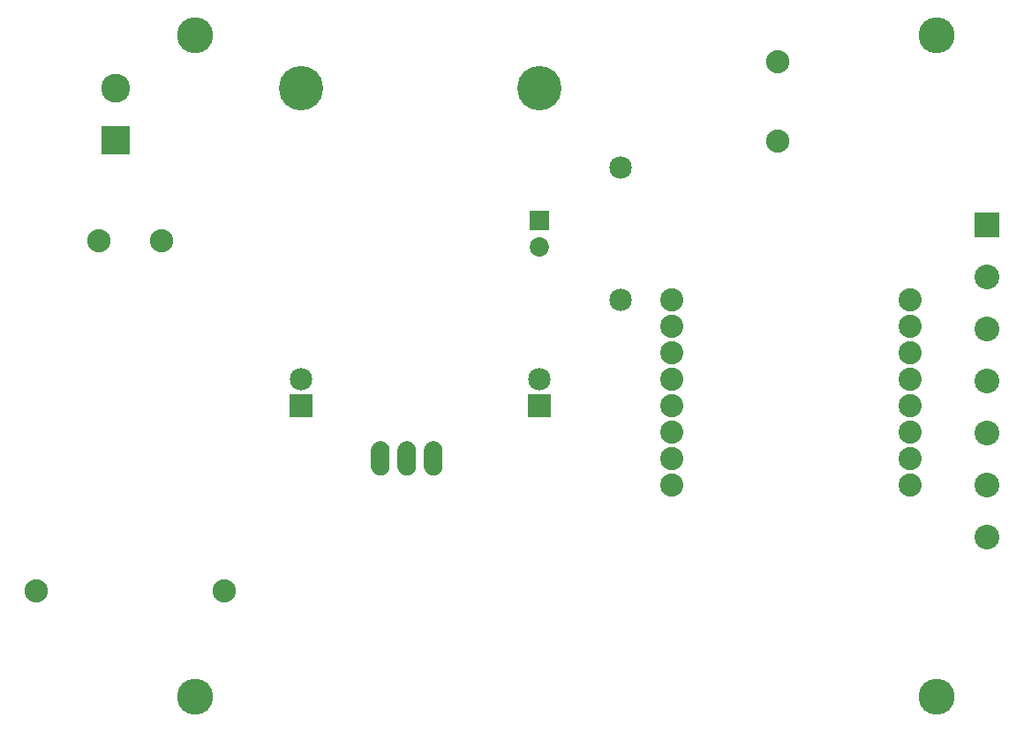
<source format=gbs>
G04 MADE WITH FRITZING*
G04 WWW.FRITZING.ORG*
G04 DOUBLE SIDED*
G04 HOLES PLATED*
G04 CONTOUR ON CENTER OF CONTOUR VECTOR*
%ASAXBY*%
%FSLAX23Y23*%
%MOIN*%
%OFA0B0*%
%SFA1.0B1.0*%
%ADD10C,0.088000*%
%ADD11C,0.135984*%
%ADD12C,0.167480*%
%ADD13C,0.063528*%
%ADD14C,0.085000*%
%ADD15C,0.072992*%
%ADD16C,0.087778*%
%ADD17C,0.093307*%
%ADD18C,0.109055*%
%ADD19R,0.085000X0.085000*%
%ADD20R,0.072992X0.072992*%
%ADD21R,0.093307X0.093307*%
%ADD22R,0.109055X0.109055*%
%ADD23R,0.001000X0.001000*%
%LNMASK0*%
G90*
G70*
G54D10*
X2996Y2237D03*
X2997Y2537D03*
G54D11*
X3597Y137D03*
X3597Y2637D03*
X797Y137D03*
X797Y2637D03*
G54D10*
X670Y1860D03*
X433Y1860D03*
X906Y537D03*
X197Y537D03*
G54D12*
X1197Y2437D03*
X2097Y2437D03*
G54D13*
X1497Y1037D03*
X1597Y1037D03*
X1697Y1037D03*
G54D14*
X1197Y1237D03*
X1197Y1337D03*
X2097Y1237D03*
X2097Y1337D03*
G54D15*
X2097Y1937D03*
X2097Y1838D03*
G54D14*
X2405Y1637D03*
X2405Y2137D03*
G54D16*
X3497Y937D03*
X3497Y1037D03*
X3497Y1137D03*
X3497Y1237D03*
X3497Y1337D03*
X3497Y1437D03*
X3497Y1537D03*
X3497Y1637D03*
X2597Y1637D03*
X2597Y1537D03*
X2597Y1437D03*
X2597Y1337D03*
X2597Y1237D03*
X2597Y1137D03*
X2597Y1037D03*
X2597Y937D03*
G54D17*
X3788Y1921D03*
X3788Y1724D03*
X3788Y1527D03*
X3788Y1330D03*
X3788Y1133D03*
X3788Y936D03*
X3788Y740D03*
G54D18*
X497Y2240D03*
X497Y2437D03*
G54D19*
X1197Y1237D03*
X2097Y1237D03*
G54D20*
X2097Y1937D03*
G54D21*
X3788Y1921D03*
G54D22*
X497Y2240D03*
G54D23*
X1490Y1101D02*
X1504Y1101D01*
X1590Y1101D02*
X1604Y1101D01*
X1690Y1101D02*
X1704Y1101D01*
X1486Y1100D02*
X1508Y1100D01*
X1586Y1100D02*
X1608Y1100D01*
X1686Y1100D02*
X1708Y1100D01*
X1484Y1099D02*
X1510Y1099D01*
X1584Y1099D02*
X1610Y1099D01*
X1684Y1099D02*
X1710Y1099D01*
X1482Y1098D02*
X1513Y1098D01*
X1582Y1098D02*
X1613Y1098D01*
X1682Y1098D02*
X1713Y1098D01*
X1480Y1097D02*
X1514Y1097D01*
X1580Y1097D02*
X1614Y1097D01*
X1680Y1097D02*
X1714Y1097D01*
X1478Y1096D02*
X1516Y1096D01*
X1578Y1096D02*
X1616Y1096D01*
X1678Y1096D02*
X1716Y1096D01*
X1477Y1095D02*
X1517Y1095D01*
X1577Y1095D02*
X1617Y1095D01*
X1677Y1095D02*
X1717Y1095D01*
X1475Y1094D02*
X1519Y1094D01*
X1575Y1094D02*
X1619Y1094D01*
X1675Y1094D02*
X1719Y1094D01*
X1474Y1093D02*
X1520Y1093D01*
X1574Y1093D02*
X1620Y1093D01*
X1674Y1093D02*
X1720Y1093D01*
X1473Y1092D02*
X1521Y1092D01*
X1573Y1092D02*
X1621Y1092D01*
X1673Y1092D02*
X1721Y1092D01*
X1472Y1091D02*
X1522Y1091D01*
X1572Y1091D02*
X1622Y1091D01*
X1672Y1091D02*
X1722Y1091D01*
X1471Y1090D02*
X1523Y1090D01*
X1571Y1090D02*
X1623Y1090D01*
X1671Y1090D02*
X1723Y1090D01*
X1470Y1089D02*
X1524Y1089D01*
X1570Y1089D02*
X1624Y1089D01*
X1670Y1089D02*
X1724Y1089D01*
X1470Y1088D02*
X1524Y1088D01*
X1570Y1088D02*
X1624Y1088D01*
X1670Y1088D02*
X1724Y1088D01*
X1469Y1087D02*
X1525Y1087D01*
X1569Y1087D02*
X1625Y1087D01*
X1669Y1087D02*
X1725Y1087D01*
X1468Y1086D02*
X1526Y1086D01*
X1568Y1086D02*
X1626Y1086D01*
X1668Y1086D02*
X1726Y1086D01*
X1468Y1085D02*
X1526Y1085D01*
X1568Y1085D02*
X1626Y1085D01*
X1668Y1085D02*
X1726Y1085D01*
X1467Y1084D02*
X1527Y1084D01*
X1567Y1084D02*
X1627Y1084D01*
X1667Y1084D02*
X1727Y1084D01*
X1467Y1083D02*
X1528Y1083D01*
X1567Y1083D02*
X1628Y1083D01*
X1667Y1083D02*
X1727Y1083D01*
X1466Y1082D02*
X1528Y1082D01*
X1566Y1082D02*
X1628Y1082D01*
X1666Y1082D02*
X1728Y1082D01*
X1466Y1081D02*
X1529Y1081D01*
X1566Y1081D02*
X1628Y1081D01*
X1666Y1081D02*
X1728Y1081D01*
X1465Y1080D02*
X1529Y1080D01*
X1565Y1080D02*
X1629Y1080D01*
X1665Y1080D02*
X1729Y1080D01*
X1465Y1079D02*
X1529Y1079D01*
X1565Y1079D02*
X1629Y1079D01*
X1665Y1079D02*
X1729Y1079D01*
X1464Y1078D02*
X1530Y1078D01*
X1564Y1078D02*
X1630Y1078D01*
X1664Y1078D02*
X1730Y1078D01*
X1464Y1077D02*
X1530Y1077D01*
X1564Y1077D02*
X1630Y1077D01*
X1664Y1077D02*
X1730Y1077D01*
X1464Y1076D02*
X1530Y1076D01*
X1564Y1076D02*
X1630Y1076D01*
X1664Y1076D02*
X1730Y1076D01*
X1464Y1075D02*
X1531Y1075D01*
X1564Y1075D02*
X1630Y1075D01*
X1664Y1075D02*
X1730Y1075D01*
X1463Y1074D02*
X1531Y1074D01*
X1563Y1074D02*
X1631Y1074D01*
X1663Y1074D02*
X1731Y1074D01*
X1463Y1073D02*
X1531Y1073D01*
X1563Y1073D02*
X1631Y1073D01*
X1663Y1073D02*
X1731Y1073D01*
X1463Y1072D02*
X1531Y1072D01*
X1563Y1072D02*
X1631Y1072D01*
X1663Y1072D02*
X1731Y1072D01*
X1463Y1071D02*
X1531Y1071D01*
X1563Y1071D02*
X1631Y1071D01*
X1663Y1071D02*
X1731Y1071D01*
X1463Y1070D02*
X1531Y1070D01*
X1563Y1070D02*
X1631Y1070D01*
X1663Y1070D02*
X1731Y1070D01*
X1463Y1069D02*
X1531Y1069D01*
X1563Y1069D02*
X1631Y1069D01*
X1663Y1069D02*
X1731Y1069D01*
X1463Y1068D02*
X1531Y1068D01*
X1563Y1068D02*
X1631Y1068D01*
X1663Y1068D02*
X1731Y1068D01*
X1463Y1067D02*
X1532Y1067D01*
X1563Y1067D02*
X1631Y1067D01*
X1663Y1067D02*
X1731Y1067D01*
X1463Y1066D02*
X1532Y1066D01*
X1563Y1066D02*
X1632Y1066D01*
X1663Y1066D02*
X1731Y1066D01*
X1463Y1065D02*
X1532Y1065D01*
X1563Y1065D02*
X1632Y1065D01*
X1663Y1065D02*
X1731Y1065D01*
X1463Y1064D02*
X1532Y1064D01*
X1563Y1064D02*
X1632Y1064D01*
X1663Y1064D02*
X1731Y1064D01*
X1463Y1063D02*
X1532Y1063D01*
X1563Y1063D02*
X1632Y1063D01*
X1663Y1063D02*
X1731Y1063D01*
X1463Y1062D02*
X1532Y1062D01*
X1563Y1062D02*
X1632Y1062D01*
X1663Y1062D02*
X1731Y1062D01*
X1463Y1061D02*
X1532Y1061D01*
X1563Y1061D02*
X1632Y1061D01*
X1663Y1061D02*
X1731Y1061D01*
X1463Y1060D02*
X1532Y1060D01*
X1563Y1060D02*
X1632Y1060D01*
X1663Y1060D02*
X1731Y1060D01*
X1463Y1059D02*
X1532Y1059D01*
X1563Y1059D02*
X1632Y1059D01*
X1663Y1059D02*
X1731Y1059D01*
X1463Y1058D02*
X1532Y1058D01*
X1563Y1058D02*
X1632Y1058D01*
X1663Y1058D02*
X1731Y1058D01*
X1463Y1057D02*
X1532Y1057D01*
X1563Y1057D02*
X1632Y1057D01*
X1663Y1057D02*
X1731Y1057D01*
X1463Y1056D02*
X1532Y1056D01*
X1563Y1056D02*
X1632Y1056D01*
X1663Y1056D02*
X1731Y1056D01*
X1463Y1055D02*
X1532Y1055D01*
X1563Y1055D02*
X1632Y1055D01*
X1663Y1055D02*
X1731Y1055D01*
X1463Y1054D02*
X1532Y1054D01*
X1563Y1054D02*
X1632Y1054D01*
X1663Y1054D02*
X1731Y1054D01*
X1463Y1053D02*
X1532Y1053D01*
X1563Y1053D02*
X1632Y1053D01*
X1663Y1053D02*
X1731Y1053D01*
X1463Y1052D02*
X1532Y1052D01*
X1563Y1052D02*
X1632Y1052D01*
X1663Y1052D02*
X1731Y1052D01*
X1463Y1051D02*
X1491Y1051D01*
X1503Y1051D02*
X1532Y1051D01*
X1563Y1051D02*
X1591Y1051D01*
X1603Y1051D02*
X1632Y1051D01*
X1663Y1051D02*
X1691Y1051D01*
X1703Y1051D02*
X1731Y1051D01*
X1463Y1050D02*
X1489Y1050D01*
X1505Y1050D02*
X1532Y1050D01*
X1563Y1050D02*
X1589Y1050D01*
X1605Y1050D02*
X1632Y1050D01*
X1663Y1050D02*
X1689Y1050D01*
X1705Y1050D02*
X1731Y1050D01*
X1463Y1049D02*
X1488Y1049D01*
X1506Y1049D02*
X1532Y1049D01*
X1563Y1049D02*
X1588Y1049D01*
X1606Y1049D02*
X1632Y1049D01*
X1663Y1049D02*
X1688Y1049D01*
X1706Y1049D02*
X1731Y1049D01*
X1463Y1048D02*
X1486Y1048D01*
X1508Y1048D02*
X1532Y1048D01*
X1563Y1048D02*
X1586Y1048D01*
X1608Y1048D02*
X1632Y1048D01*
X1663Y1048D02*
X1686Y1048D01*
X1708Y1048D02*
X1731Y1048D01*
X1463Y1047D02*
X1485Y1047D01*
X1509Y1047D02*
X1532Y1047D01*
X1563Y1047D02*
X1585Y1047D01*
X1609Y1047D02*
X1632Y1047D01*
X1663Y1047D02*
X1685Y1047D01*
X1709Y1047D02*
X1731Y1047D01*
X1463Y1046D02*
X1485Y1046D01*
X1509Y1046D02*
X1532Y1046D01*
X1563Y1046D02*
X1585Y1046D01*
X1609Y1046D02*
X1632Y1046D01*
X1663Y1046D02*
X1685Y1046D01*
X1709Y1046D02*
X1731Y1046D01*
X1463Y1045D02*
X1484Y1045D01*
X1510Y1045D02*
X1532Y1045D01*
X1563Y1045D02*
X1584Y1045D01*
X1610Y1045D02*
X1632Y1045D01*
X1663Y1045D02*
X1684Y1045D01*
X1710Y1045D02*
X1731Y1045D01*
X1463Y1044D02*
X1483Y1044D01*
X1511Y1044D02*
X1532Y1044D01*
X1563Y1044D02*
X1583Y1044D01*
X1611Y1044D02*
X1632Y1044D01*
X1663Y1044D02*
X1683Y1044D01*
X1711Y1044D02*
X1731Y1044D01*
X1463Y1043D02*
X1483Y1043D01*
X1511Y1043D02*
X1532Y1043D01*
X1563Y1043D02*
X1583Y1043D01*
X1611Y1043D02*
X1632Y1043D01*
X1663Y1043D02*
X1683Y1043D01*
X1711Y1043D02*
X1731Y1043D01*
X1463Y1042D02*
X1482Y1042D01*
X1512Y1042D02*
X1532Y1042D01*
X1563Y1042D02*
X1582Y1042D01*
X1612Y1042D02*
X1632Y1042D01*
X1663Y1042D02*
X1682Y1042D01*
X1712Y1042D02*
X1731Y1042D01*
X1463Y1041D02*
X1482Y1041D01*
X1512Y1041D02*
X1532Y1041D01*
X1563Y1041D02*
X1582Y1041D01*
X1612Y1041D02*
X1632Y1041D01*
X1663Y1041D02*
X1682Y1041D01*
X1712Y1041D02*
X1731Y1041D01*
X1463Y1040D02*
X1482Y1040D01*
X1512Y1040D02*
X1532Y1040D01*
X1563Y1040D02*
X1582Y1040D01*
X1612Y1040D02*
X1632Y1040D01*
X1663Y1040D02*
X1682Y1040D01*
X1712Y1040D02*
X1731Y1040D01*
X1463Y1039D02*
X1482Y1039D01*
X1512Y1039D02*
X1532Y1039D01*
X1563Y1039D02*
X1582Y1039D01*
X1612Y1039D02*
X1632Y1039D01*
X1663Y1039D02*
X1682Y1039D01*
X1712Y1039D02*
X1731Y1039D01*
X1463Y1038D02*
X1482Y1038D01*
X1512Y1038D02*
X1532Y1038D01*
X1563Y1038D02*
X1582Y1038D01*
X1612Y1038D02*
X1632Y1038D01*
X1663Y1038D02*
X1682Y1038D01*
X1712Y1038D02*
X1731Y1038D01*
X1463Y1037D02*
X1482Y1037D01*
X1513Y1037D02*
X1532Y1037D01*
X1563Y1037D02*
X1582Y1037D01*
X1612Y1037D02*
X1632Y1037D01*
X1663Y1037D02*
X1682Y1037D01*
X1712Y1037D02*
X1731Y1037D01*
X1463Y1036D02*
X1482Y1036D01*
X1512Y1036D02*
X1532Y1036D01*
X1563Y1036D02*
X1577Y1036D01*
X1612Y1036D02*
X1632Y1036D01*
X1663Y1036D02*
X1682Y1036D01*
X1712Y1036D02*
X1731Y1036D01*
X1463Y1035D02*
X1482Y1035D01*
X1512Y1035D02*
X1532Y1035D01*
X1563Y1035D02*
X1577Y1035D01*
X1582Y1035D02*
X1582Y1035D01*
X1612Y1035D02*
X1632Y1035D01*
X1663Y1035D02*
X1682Y1035D01*
X1712Y1035D02*
X1731Y1035D01*
X1463Y1034D02*
X1482Y1034D01*
X1512Y1034D02*
X1532Y1034D01*
X1563Y1034D02*
X1577Y1034D01*
X1581Y1034D02*
X1582Y1034D01*
X1612Y1034D02*
X1632Y1034D01*
X1663Y1034D02*
X1682Y1034D01*
X1712Y1034D02*
X1731Y1034D01*
X1463Y1033D02*
X1482Y1033D01*
X1512Y1033D02*
X1532Y1033D01*
X1563Y1033D02*
X1577Y1033D01*
X1580Y1033D02*
X1582Y1033D01*
X1612Y1033D02*
X1632Y1033D01*
X1663Y1033D02*
X1682Y1033D01*
X1712Y1033D02*
X1731Y1033D01*
X1463Y1032D02*
X1482Y1032D01*
X1512Y1032D02*
X1532Y1032D01*
X1563Y1032D02*
X1582Y1032D01*
X1612Y1032D02*
X1632Y1032D01*
X1663Y1032D02*
X1682Y1032D01*
X1712Y1032D02*
X1731Y1032D01*
X1463Y1031D02*
X1483Y1031D01*
X1511Y1031D02*
X1532Y1031D01*
X1563Y1031D02*
X1583Y1031D01*
X1611Y1031D02*
X1632Y1031D01*
X1663Y1031D02*
X1683Y1031D01*
X1711Y1031D02*
X1731Y1031D01*
X1463Y1030D02*
X1483Y1030D01*
X1511Y1030D02*
X1532Y1030D01*
X1563Y1030D02*
X1583Y1030D01*
X1611Y1030D02*
X1632Y1030D01*
X1663Y1030D02*
X1683Y1030D01*
X1711Y1030D02*
X1731Y1030D01*
X1463Y1029D02*
X1484Y1029D01*
X1510Y1029D02*
X1532Y1029D01*
X1563Y1029D02*
X1584Y1029D01*
X1610Y1029D02*
X1632Y1029D01*
X1663Y1029D02*
X1684Y1029D01*
X1710Y1029D02*
X1731Y1029D01*
X1463Y1028D02*
X1485Y1028D01*
X1509Y1028D02*
X1532Y1028D01*
X1563Y1028D02*
X1585Y1028D01*
X1609Y1028D02*
X1632Y1028D01*
X1663Y1028D02*
X1685Y1028D01*
X1709Y1028D02*
X1731Y1028D01*
X1463Y1027D02*
X1485Y1027D01*
X1509Y1027D02*
X1532Y1027D01*
X1563Y1027D02*
X1585Y1027D01*
X1609Y1027D02*
X1632Y1027D01*
X1663Y1027D02*
X1685Y1027D01*
X1709Y1027D02*
X1731Y1027D01*
X1463Y1026D02*
X1486Y1026D01*
X1508Y1026D02*
X1532Y1026D01*
X1563Y1026D02*
X1586Y1026D01*
X1608Y1026D02*
X1632Y1026D01*
X1663Y1026D02*
X1686Y1026D01*
X1708Y1026D02*
X1731Y1026D01*
X1463Y1025D02*
X1488Y1025D01*
X1506Y1025D02*
X1532Y1025D01*
X1563Y1025D02*
X1588Y1025D01*
X1606Y1025D02*
X1632Y1025D01*
X1663Y1025D02*
X1688Y1025D01*
X1706Y1025D02*
X1731Y1025D01*
X1463Y1024D02*
X1489Y1024D01*
X1505Y1024D02*
X1532Y1024D01*
X1563Y1024D02*
X1589Y1024D01*
X1605Y1024D02*
X1632Y1024D01*
X1663Y1024D02*
X1689Y1024D01*
X1705Y1024D02*
X1731Y1024D01*
X1463Y1023D02*
X1491Y1023D01*
X1503Y1023D02*
X1532Y1023D01*
X1563Y1023D02*
X1591Y1023D01*
X1603Y1023D02*
X1632Y1023D01*
X1663Y1023D02*
X1691Y1023D01*
X1703Y1023D02*
X1731Y1023D01*
X1463Y1022D02*
X1532Y1022D01*
X1563Y1022D02*
X1632Y1022D01*
X1663Y1022D02*
X1731Y1022D01*
X1463Y1021D02*
X1532Y1021D01*
X1563Y1021D02*
X1632Y1021D01*
X1663Y1021D02*
X1731Y1021D01*
X1463Y1020D02*
X1532Y1020D01*
X1563Y1020D02*
X1632Y1020D01*
X1663Y1020D02*
X1731Y1020D01*
X1463Y1019D02*
X1532Y1019D01*
X1563Y1019D02*
X1632Y1019D01*
X1663Y1019D02*
X1731Y1019D01*
X1463Y1018D02*
X1532Y1018D01*
X1563Y1018D02*
X1632Y1018D01*
X1663Y1018D02*
X1731Y1018D01*
X1463Y1017D02*
X1532Y1017D01*
X1563Y1017D02*
X1632Y1017D01*
X1663Y1017D02*
X1731Y1017D01*
X1463Y1016D02*
X1532Y1016D01*
X1563Y1016D02*
X1632Y1016D01*
X1663Y1016D02*
X1731Y1016D01*
X1463Y1015D02*
X1532Y1015D01*
X1563Y1015D02*
X1632Y1015D01*
X1663Y1015D02*
X1731Y1015D01*
X1463Y1014D02*
X1532Y1014D01*
X1563Y1014D02*
X1632Y1014D01*
X1663Y1014D02*
X1731Y1014D01*
X1463Y1013D02*
X1532Y1013D01*
X1563Y1013D02*
X1632Y1013D01*
X1663Y1013D02*
X1731Y1013D01*
X1463Y1012D02*
X1532Y1012D01*
X1563Y1012D02*
X1632Y1012D01*
X1663Y1012D02*
X1731Y1012D01*
X1463Y1011D02*
X1532Y1011D01*
X1563Y1011D02*
X1632Y1011D01*
X1663Y1011D02*
X1731Y1011D01*
X1463Y1010D02*
X1532Y1010D01*
X1563Y1010D02*
X1632Y1010D01*
X1663Y1010D02*
X1731Y1010D01*
X1463Y1009D02*
X1532Y1009D01*
X1563Y1009D02*
X1632Y1009D01*
X1663Y1009D02*
X1731Y1009D01*
X1463Y1008D02*
X1532Y1008D01*
X1563Y1008D02*
X1632Y1008D01*
X1663Y1008D02*
X1731Y1008D01*
X1463Y1007D02*
X1532Y1007D01*
X1563Y1007D02*
X1631Y1007D01*
X1663Y1007D02*
X1731Y1007D01*
X1463Y1006D02*
X1531Y1006D01*
X1563Y1006D02*
X1631Y1006D01*
X1663Y1006D02*
X1731Y1006D01*
X1463Y1005D02*
X1531Y1005D01*
X1563Y1005D02*
X1631Y1005D01*
X1663Y1005D02*
X1731Y1005D01*
X1463Y1004D02*
X1531Y1004D01*
X1563Y1004D02*
X1631Y1004D01*
X1663Y1004D02*
X1731Y1004D01*
X1463Y1003D02*
X1531Y1003D01*
X1563Y1003D02*
X1631Y1003D01*
X1663Y1003D02*
X1731Y1003D01*
X1463Y1002D02*
X1531Y1002D01*
X1563Y1002D02*
X1631Y1002D01*
X1663Y1002D02*
X1731Y1002D01*
X1463Y1001D02*
X1531Y1001D01*
X1563Y1001D02*
X1631Y1001D01*
X1663Y1001D02*
X1731Y1001D01*
X1463Y1000D02*
X1531Y1000D01*
X1563Y1000D02*
X1631Y1000D01*
X1663Y1000D02*
X1731Y1000D01*
X1464Y999D02*
X1531Y999D01*
X1564Y999D02*
X1630Y999D01*
X1664Y999D02*
X1730Y999D01*
X1464Y998D02*
X1530Y998D01*
X1564Y998D02*
X1630Y998D01*
X1664Y998D02*
X1730Y998D01*
X1464Y997D02*
X1530Y997D01*
X1564Y997D02*
X1630Y997D01*
X1664Y997D02*
X1730Y997D01*
X1464Y996D02*
X1530Y996D01*
X1564Y996D02*
X1630Y996D01*
X1664Y996D02*
X1730Y996D01*
X1465Y995D02*
X1529Y995D01*
X1565Y995D02*
X1629Y995D01*
X1665Y995D02*
X1729Y995D01*
X1465Y994D02*
X1529Y994D01*
X1565Y994D02*
X1629Y994D01*
X1665Y994D02*
X1729Y994D01*
X1466Y993D02*
X1528Y993D01*
X1566Y993D02*
X1628Y993D01*
X1666Y993D02*
X1728Y993D01*
X1466Y992D02*
X1528Y992D01*
X1566Y992D02*
X1628Y992D01*
X1666Y992D02*
X1728Y992D01*
X1467Y991D02*
X1528Y991D01*
X1567Y991D02*
X1627Y991D01*
X1667Y991D02*
X1727Y991D01*
X1467Y990D02*
X1527Y990D01*
X1567Y990D02*
X1627Y990D01*
X1667Y990D02*
X1727Y990D01*
X1468Y989D02*
X1526Y989D01*
X1568Y989D02*
X1626Y989D01*
X1668Y989D02*
X1726Y989D01*
X1468Y988D02*
X1526Y988D01*
X1568Y988D02*
X1626Y988D01*
X1668Y988D02*
X1726Y988D01*
X1469Y987D02*
X1525Y987D01*
X1569Y987D02*
X1625Y987D01*
X1669Y987D02*
X1725Y987D01*
X1470Y986D02*
X1524Y986D01*
X1570Y986D02*
X1624Y986D01*
X1670Y986D02*
X1724Y986D01*
X1470Y985D02*
X1524Y985D01*
X1570Y985D02*
X1624Y985D01*
X1670Y985D02*
X1724Y985D01*
X1471Y984D02*
X1523Y984D01*
X1571Y984D02*
X1623Y984D01*
X1671Y984D02*
X1723Y984D01*
X1472Y983D02*
X1522Y983D01*
X1572Y983D02*
X1622Y983D01*
X1672Y983D02*
X1722Y983D01*
X1473Y982D02*
X1521Y982D01*
X1573Y982D02*
X1621Y982D01*
X1673Y982D02*
X1721Y982D01*
X1474Y981D02*
X1520Y981D01*
X1574Y981D02*
X1620Y981D01*
X1674Y981D02*
X1720Y981D01*
X1475Y980D02*
X1519Y980D01*
X1575Y980D02*
X1619Y980D01*
X1675Y980D02*
X1719Y980D01*
X1477Y979D02*
X1517Y979D01*
X1577Y979D02*
X1617Y979D01*
X1677Y979D02*
X1717Y979D01*
X1478Y978D02*
X1516Y978D01*
X1578Y978D02*
X1616Y978D01*
X1678Y978D02*
X1716Y978D01*
X1480Y977D02*
X1514Y977D01*
X1580Y977D02*
X1614Y977D01*
X1680Y977D02*
X1714Y977D01*
X1482Y976D02*
X1512Y976D01*
X1582Y976D02*
X1612Y976D01*
X1682Y976D02*
X1712Y976D01*
X1484Y975D02*
X1510Y975D01*
X1584Y975D02*
X1610Y975D01*
X1684Y975D02*
X1710Y975D01*
X1486Y974D02*
X1508Y974D01*
X1586Y974D02*
X1608Y974D01*
X1686Y974D02*
X1708Y974D01*
X1490Y973D02*
X1504Y973D01*
X1590Y973D02*
X1604Y973D01*
X1690Y973D02*
X1704Y973D01*
D02*
G04 End of Mask0*
M02*
</source>
